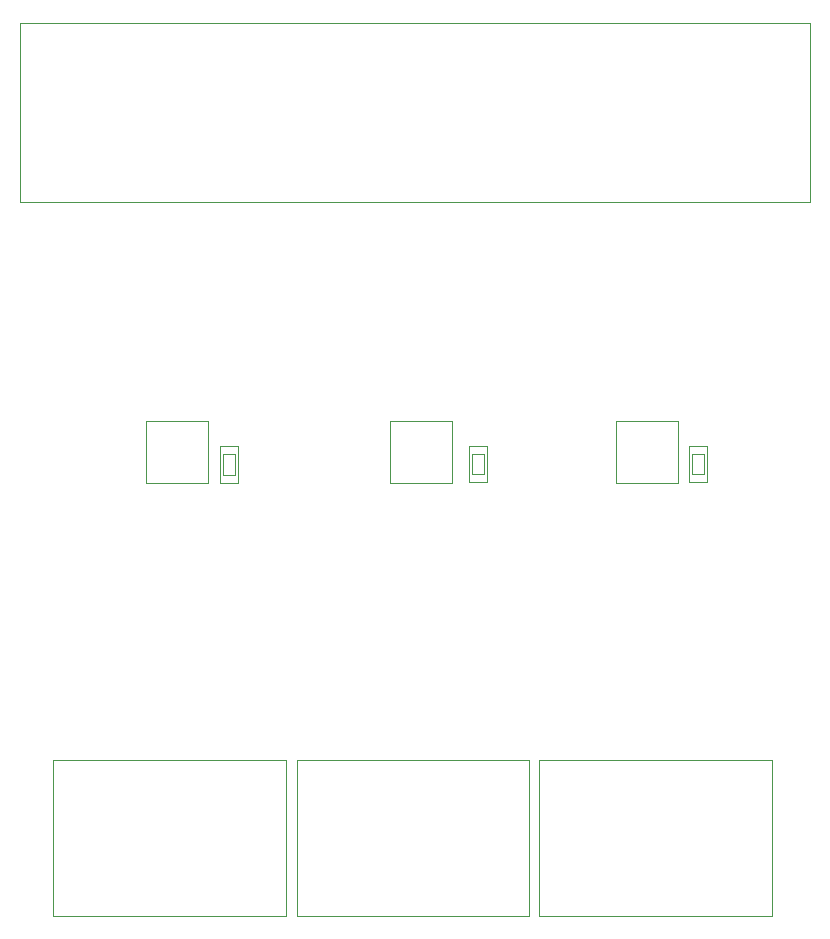
<source format=gbr>
G04 #@! TF.GenerationSoftware,KiCad,Pcbnew,(6.0.4-0)*
G04 #@! TF.CreationDate,2022-07-08T14:42:33+02:00*
G04 #@! TF.ProjectId,adapter_hybrid_assistor_hpc_3HDMI,61646170-7465-4725-9f68-79627269645f,rev?*
G04 #@! TF.SameCoordinates,Original*
G04 #@! TF.FileFunction,Other,User*
%FSLAX46Y46*%
G04 Gerber Fmt 4.6, Leading zero omitted, Abs format (unit mm)*
G04 Created by KiCad (PCBNEW (6.0.4-0)) date 2022-07-08 14:42:33*
%MOMM*%
%LPD*%
G01*
G04 APERTURE LIST*
%ADD10C,0.050000*%
%ADD11C,0.001000*%
%ADD12C,0.100000*%
G04 APERTURE END LIST*
D10*
X117990000Y-139830000D02*
X119490000Y-139830000D01*
D11*
X118265000Y-139155000D02*
X119215000Y-139155000D01*
X118265000Y-137405000D02*
X118265000Y-139155000D01*
D10*
X117990000Y-136730000D02*
X117990000Y-139830000D01*
D11*
X119215000Y-139155000D02*
X119215000Y-137405000D01*
X119215000Y-137405000D02*
X118265000Y-137405000D01*
D10*
X119490000Y-139830000D02*
X119490000Y-136730000D01*
X119490000Y-136730000D02*
X117990000Y-136730000D01*
X157700000Y-139780000D02*
X159200000Y-139780000D01*
D11*
X158925000Y-137355000D02*
X157975000Y-137355000D01*
X158925000Y-139105000D02*
X158925000Y-137355000D01*
D10*
X157700000Y-136680000D02*
X157700000Y-139780000D01*
D11*
X157975000Y-139105000D02*
X158925000Y-139105000D01*
X157975000Y-137355000D02*
X157975000Y-139105000D01*
D10*
X159200000Y-136680000D02*
X157700000Y-136680000D01*
X159200000Y-139780000D02*
X159200000Y-136680000D01*
X167933000Y-116048000D02*
X167933000Y-100868000D01*
X167933000Y-116048000D02*
X101053000Y-116048000D01*
X101053000Y-100868000D02*
X167933000Y-100868000D01*
X101053000Y-100868000D02*
X101053000Y-116048000D01*
D12*
X103842000Y-176500000D02*
X103842000Y-163300000D01*
X123538000Y-163300000D02*
X123538000Y-176500000D01*
X123538000Y-176500000D02*
X103842000Y-176500000D01*
X103842000Y-163300000D02*
X123538000Y-163300000D01*
D10*
X111715000Y-134585000D02*
X116965000Y-134585000D01*
X116965000Y-134585000D02*
X116965000Y-139835000D01*
X116965000Y-139835000D02*
X111715000Y-139835000D01*
X111715000Y-139835000D02*
X111715000Y-134585000D01*
X156775000Y-134595000D02*
X156775000Y-139845000D01*
X151525000Y-134595000D02*
X156775000Y-134595000D01*
X151525000Y-139845000D02*
X151525000Y-134595000D01*
X156775000Y-139845000D02*
X151525000Y-139845000D01*
X137645000Y-134595000D02*
X137645000Y-139845000D01*
X137645000Y-139845000D02*
X132395000Y-139845000D01*
X132395000Y-134595000D02*
X137645000Y-134595000D01*
X132395000Y-139845000D02*
X132395000Y-134595000D01*
D11*
X139355000Y-139105000D02*
X140305000Y-139105000D01*
D10*
X139080000Y-139780000D02*
X140580000Y-139780000D01*
X139080000Y-136680000D02*
X139080000Y-139780000D01*
D11*
X140305000Y-139105000D02*
X140305000Y-137355000D01*
X140305000Y-137355000D02*
X139355000Y-137355000D01*
D10*
X140580000Y-139780000D02*
X140580000Y-136680000D01*
D11*
X139355000Y-137355000D02*
X139355000Y-139105000D01*
D10*
X140580000Y-136680000D02*
X139080000Y-136680000D01*
D12*
X145022000Y-163310000D02*
X164718000Y-163310000D01*
X145022000Y-176510000D02*
X145022000Y-163310000D01*
X164718000Y-163310000D02*
X164718000Y-176510000D01*
X164718000Y-176510000D02*
X145022000Y-176510000D01*
X144168000Y-163300000D02*
X144168000Y-176500000D01*
X124472000Y-163300000D02*
X144168000Y-163300000D01*
X144168000Y-176500000D02*
X124472000Y-176500000D01*
X124472000Y-176500000D02*
X124472000Y-163300000D01*
M02*

</source>
